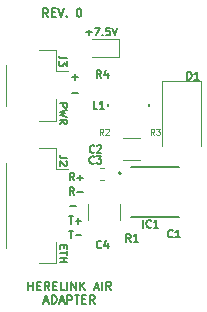
<source format=gbr>
%TF.GenerationSoftware,KiCad,Pcbnew,7.0.10*%
%TF.CreationDate,2024-02-02T13:19:37-05:00*%
%TF.ProjectId,quad_radio_adapter,71756164-5f72-4616-9469-6f5f61646170,rev?*%
%TF.SameCoordinates,Original*%
%TF.FileFunction,Legend,Top*%
%TF.FilePolarity,Positive*%
%FSLAX46Y46*%
G04 Gerber Fmt 4.6, Leading zero omitted, Abs format (unit mm)*
G04 Created by KiCad (PCBNEW 7.0.10) date 2024-02-02 13:19:37*
%MOMM*%
%LPD*%
G01*
G04 APERTURE LIST*
%ADD10C,0.127000*%
%ADD11C,0.152400*%
%ADD12C,0.101600*%
%ADD13C,0.120000*%
%ADD14C,0.200000*%
G04 APERTURE END LIST*
D10*
X96649881Y-106080684D02*
X97012738Y-106080684D01*
X96831309Y-106715684D02*
X96831309Y-106080684D01*
X97224405Y-106473779D02*
X97708215Y-106473779D01*
X97103452Y-101815684D02*
X96891785Y-101513303D01*
X96740595Y-101815684D02*
X96740595Y-101180684D01*
X96740595Y-101180684D02*
X96982500Y-101180684D01*
X96982500Y-101180684D02*
X97042976Y-101210922D01*
X97042976Y-101210922D02*
X97073214Y-101241160D01*
X97073214Y-101241160D02*
X97103452Y-101301636D01*
X97103452Y-101301636D02*
X97103452Y-101392350D01*
X97103452Y-101392350D02*
X97073214Y-101452826D01*
X97073214Y-101452826D02*
X97042976Y-101483065D01*
X97042976Y-101483065D02*
X96982500Y-101513303D01*
X96982500Y-101513303D02*
X96740595Y-101513303D01*
X97375595Y-101573779D02*
X97859405Y-101573779D01*
X97617500Y-101815684D02*
X97617500Y-101331874D01*
X96216934Y-107289404D02*
X96216934Y-107501071D01*
X95884315Y-107591785D02*
X95884315Y-107289404D01*
X95884315Y-107289404D02*
X96519315Y-107289404D01*
X96519315Y-107289404D02*
X96519315Y-107591785D01*
X96519315Y-107773214D02*
X96519315Y-108136071D01*
X95884315Y-107954642D02*
X96519315Y-107954642D01*
X95884315Y-108347738D02*
X96519315Y-108347738D01*
X96216934Y-108347738D02*
X96216934Y-108710595D01*
X95884315Y-108710595D02*
X96519315Y-108710595D01*
X97103452Y-103028184D02*
X96891785Y-102725803D01*
X96740595Y-103028184D02*
X96740595Y-102393184D01*
X96740595Y-102393184D02*
X96982500Y-102393184D01*
X96982500Y-102393184D02*
X97042976Y-102423422D01*
X97042976Y-102423422D02*
X97073214Y-102453660D01*
X97073214Y-102453660D02*
X97103452Y-102514136D01*
X97103452Y-102514136D02*
X97103452Y-102604850D01*
X97103452Y-102604850D02*
X97073214Y-102665326D01*
X97073214Y-102665326D02*
X97042976Y-102695565D01*
X97042976Y-102695565D02*
X96982500Y-102725803D01*
X96982500Y-102725803D02*
X96740595Y-102725803D01*
X97375595Y-102786279D02*
X97859405Y-102786279D01*
X96740595Y-103998779D02*
X97224405Y-103998779D01*
X95884315Y-95303333D02*
X96519315Y-95303333D01*
X96519315Y-95303333D02*
X96519315Y-95545238D01*
X96519315Y-95545238D02*
X96489077Y-95605714D01*
X96489077Y-95605714D02*
X96458839Y-95635952D01*
X96458839Y-95635952D02*
X96398363Y-95666190D01*
X96398363Y-95666190D02*
X96307649Y-95666190D01*
X96307649Y-95666190D02*
X96247173Y-95635952D01*
X96247173Y-95635952D02*
X96216934Y-95605714D01*
X96216934Y-95605714D02*
X96186696Y-95545238D01*
X96186696Y-95545238D02*
X96186696Y-95303333D01*
X96519315Y-95877857D02*
X95884315Y-96029047D01*
X95884315Y-96029047D02*
X96337887Y-96150000D01*
X96337887Y-96150000D02*
X95884315Y-96270952D01*
X95884315Y-96270952D02*
X96519315Y-96422143D01*
X95884315Y-97026904D02*
X96186696Y-96815237D01*
X95884315Y-96664047D02*
X96519315Y-96664047D01*
X96519315Y-96664047D02*
X96519315Y-96905952D01*
X96519315Y-96905952D02*
X96489077Y-96966428D01*
X96489077Y-96966428D02*
X96458839Y-96996666D01*
X96458839Y-96996666D02*
X96398363Y-97026904D01*
X96398363Y-97026904D02*
X96307649Y-97026904D01*
X96307649Y-97026904D02*
X96247173Y-96996666D01*
X96247173Y-96996666D02*
X96216934Y-96966428D01*
X96216934Y-96966428D02*
X96186696Y-96905952D01*
X96186696Y-96905952D02*
X96186696Y-96664047D01*
D11*
X93211732Y-111110005D02*
X93211732Y-110398805D01*
X93211732Y-110737472D02*
X93618132Y-110737472D01*
X93618132Y-111110005D02*
X93618132Y-110398805D01*
X93956799Y-110737472D02*
X94193866Y-110737472D01*
X94295466Y-111110005D02*
X93956799Y-111110005D01*
X93956799Y-111110005D02*
X93956799Y-110398805D01*
X93956799Y-110398805D02*
X94295466Y-110398805D01*
X95006666Y-111110005D02*
X94769599Y-110771339D01*
X94600266Y-111110005D02*
X94600266Y-110398805D01*
X94600266Y-110398805D02*
X94871199Y-110398805D01*
X94871199Y-110398805D02*
X94938933Y-110432672D01*
X94938933Y-110432672D02*
X94972799Y-110466539D01*
X94972799Y-110466539D02*
X95006666Y-110534272D01*
X95006666Y-110534272D02*
X95006666Y-110635872D01*
X95006666Y-110635872D02*
X94972799Y-110703605D01*
X94972799Y-110703605D02*
X94938933Y-110737472D01*
X94938933Y-110737472D02*
X94871199Y-110771339D01*
X94871199Y-110771339D02*
X94600266Y-110771339D01*
X95311466Y-110737472D02*
X95548533Y-110737472D01*
X95650133Y-111110005D02*
X95311466Y-111110005D01*
X95311466Y-111110005D02*
X95311466Y-110398805D01*
X95311466Y-110398805D02*
X95650133Y-110398805D01*
X96293600Y-111110005D02*
X95954933Y-111110005D01*
X95954933Y-111110005D02*
X95954933Y-110398805D01*
X96530666Y-111110005D02*
X96530666Y-110398805D01*
X96869333Y-111110005D02*
X96869333Y-110398805D01*
X96869333Y-110398805D02*
X97275733Y-111110005D01*
X97275733Y-111110005D02*
X97275733Y-110398805D01*
X97614400Y-111110005D02*
X97614400Y-110398805D01*
X98020800Y-111110005D02*
X97716000Y-110703605D01*
X98020800Y-110398805D02*
X97614400Y-110805205D01*
X98833600Y-110906805D02*
X99172267Y-110906805D01*
X98765867Y-111110005D02*
X99002934Y-110398805D01*
X99002934Y-110398805D02*
X99240000Y-111110005D01*
X99477067Y-111110005D02*
X99477067Y-110398805D01*
X100222134Y-111110005D02*
X99985067Y-110771339D01*
X99815734Y-111110005D02*
X99815734Y-110398805D01*
X99815734Y-110398805D02*
X100086667Y-110398805D01*
X100086667Y-110398805D02*
X100154401Y-110432672D01*
X100154401Y-110432672D02*
X100188267Y-110466539D01*
X100188267Y-110466539D02*
X100222134Y-110534272D01*
X100222134Y-110534272D02*
X100222134Y-110635872D01*
X100222134Y-110635872D02*
X100188267Y-110703605D01*
X100188267Y-110703605D02*
X100154401Y-110737472D01*
X100154401Y-110737472D02*
X100086667Y-110771339D01*
X100086667Y-110771339D02*
X99815734Y-110771339D01*
X94566399Y-112051837D02*
X94905066Y-112051837D01*
X94498666Y-112255037D02*
X94735733Y-111543837D01*
X94735733Y-111543837D02*
X94972799Y-112255037D01*
X95209866Y-112255037D02*
X95209866Y-111543837D01*
X95209866Y-111543837D02*
X95379199Y-111543837D01*
X95379199Y-111543837D02*
X95480799Y-111577704D01*
X95480799Y-111577704D02*
X95548533Y-111645437D01*
X95548533Y-111645437D02*
X95582399Y-111713171D01*
X95582399Y-111713171D02*
X95616266Y-111848637D01*
X95616266Y-111848637D02*
X95616266Y-111950237D01*
X95616266Y-111950237D02*
X95582399Y-112085704D01*
X95582399Y-112085704D02*
X95548533Y-112153437D01*
X95548533Y-112153437D02*
X95480799Y-112221171D01*
X95480799Y-112221171D02*
X95379199Y-112255037D01*
X95379199Y-112255037D02*
X95209866Y-112255037D01*
X95887199Y-112051837D02*
X96225866Y-112051837D01*
X95819466Y-112255037D02*
X96056533Y-111543837D01*
X96056533Y-111543837D02*
X96293599Y-112255037D01*
X96530666Y-112255037D02*
X96530666Y-111543837D01*
X96530666Y-111543837D02*
X96801599Y-111543837D01*
X96801599Y-111543837D02*
X96869333Y-111577704D01*
X96869333Y-111577704D02*
X96903199Y-111611571D01*
X96903199Y-111611571D02*
X96937066Y-111679304D01*
X96937066Y-111679304D02*
X96937066Y-111780904D01*
X96937066Y-111780904D02*
X96903199Y-111848637D01*
X96903199Y-111848637D02*
X96869333Y-111882504D01*
X96869333Y-111882504D02*
X96801599Y-111916371D01*
X96801599Y-111916371D02*
X96530666Y-111916371D01*
X97140266Y-111543837D02*
X97546666Y-111543837D01*
X97343466Y-112255037D02*
X97343466Y-111543837D01*
X97783733Y-111882504D02*
X98020800Y-111882504D01*
X98122400Y-112255037D02*
X97783733Y-112255037D01*
X97783733Y-112255037D02*
X97783733Y-111543837D01*
X97783733Y-111543837D02*
X98122400Y-111543837D01*
X98833600Y-112255037D02*
X98596533Y-111916371D01*
X98427200Y-112255037D02*
X98427200Y-111543837D01*
X98427200Y-111543837D02*
X98698133Y-111543837D01*
X98698133Y-111543837D02*
X98765867Y-111577704D01*
X98765867Y-111577704D02*
X98799733Y-111611571D01*
X98799733Y-111611571D02*
X98833600Y-111679304D01*
X98833600Y-111679304D02*
X98833600Y-111780904D01*
X98833600Y-111780904D02*
X98799733Y-111848637D01*
X98799733Y-111848637D02*
X98765867Y-111882504D01*
X98765867Y-111882504D02*
X98698133Y-111916371D01*
X98698133Y-111916371D02*
X98427200Y-111916371D01*
D10*
X97391904Y-94426220D02*
X96908095Y-94426220D01*
X96649881Y-104868184D02*
X97012738Y-104868184D01*
X96831309Y-105503184D02*
X96831309Y-104868184D01*
X97224405Y-105261279D02*
X97708215Y-105261279D01*
X97466310Y-105503184D02*
X97466310Y-105019374D01*
D11*
X94914666Y-87955037D02*
X94677599Y-87616371D01*
X94508266Y-87955037D02*
X94508266Y-87243837D01*
X94508266Y-87243837D02*
X94779199Y-87243837D01*
X94779199Y-87243837D02*
X94846933Y-87277704D01*
X94846933Y-87277704D02*
X94880799Y-87311571D01*
X94880799Y-87311571D02*
X94914666Y-87379304D01*
X94914666Y-87379304D02*
X94914666Y-87480904D01*
X94914666Y-87480904D02*
X94880799Y-87548637D01*
X94880799Y-87548637D02*
X94846933Y-87582504D01*
X94846933Y-87582504D02*
X94779199Y-87616371D01*
X94779199Y-87616371D02*
X94508266Y-87616371D01*
X95219466Y-87582504D02*
X95456533Y-87582504D01*
X95558133Y-87955037D02*
X95219466Y-87955037D01*
X95219466Y-87955037D02*
X95219466Y-87243837D01*
X95219466Y-87243837D02*
X95558133Y-87243837D01*
X95761333Y-87243837D02*
X95998400Y-87955037D01*
X95998400Y-87955037D02*
X96235466Y-87243837D01*
X96472533Y-87887304D02*
X96506400Y-87921171D01*
X96506400Y-87921171D02*
X96472533Y-87955037D01*
X96472533Y-87955037D02*
X96438666Y-87921171D01*
X96438666Y-87921171D02*
X96472533Y-87887304D01*
X96472533Y-87887304D02*
X96472533Y-87955037D01*
X97488534Y-87243837D02*
X97556267Y-87243837D01*
X97556267Y-87243837D02*
X97624000Y-87277704D01*
X97624000Y-87277704D02*
X97657867Y-87311571D01*
X97657867Y-87311571D02*
X97691734Y-87379304D01*
X97691734Y-87379304D02*
X97725600Y-87514771D01*
X97725600Y-87514771D02*
X97725600Y-87684104D01*
X97725600Y-87684104D02*
X97691734Y-87819571D01*
X97691734Y-87819571D02*
X97657867Y-87887304D01*
X97657867Y-87887304D02*
X97624000Y-87921171D01*
X97624000Y-87921171D02*
X97556267Y-87955037D01*
X97556267Y-87955037D02*
X97488534Y-87955037D01*
X97488534Y-87955037D02*
X97420800Y-87921171D01*
X97420800Y-87921171D02*
X97386934Y-87887304D01*
X97386934Y-87887304D02*
X97353067Y-87819571D01*
X97353067Y-87819571D02*
X97319200Y-87684104D01*
X97319200Y-87684104D02*
X97319200Y-87514771D01*
X97319200Y-87514771D02*
X97353067Y-87379304D01*
X97353067Y-87379304D02*
X97386934Y-87311571D01*
X97386934Y-87311571D02*
X97420800Y-87277704D01*
X97420800Y-87277704D02*
X97488534Y-87243837D01*
D10*
X98120200Y-89284979D02*
X98604010Y-89284979D01*
X98362105Y-89526884D02*
X98362105Y-89043074D01*
X98845914Y-88891884D02*
X99269247Y-88891884D01*
X99269247Y-88891884D02*
X98997104Y-89526884D01*
X99511152Y-89466407D02*
X99541390Y-89496646D01*
X99541390Y-89496646D02*
X99511152Y-89526884D01*
X99511152Y-89526884D02*
X99480914Y-89496646D01*
X99480914Y-89496646D02*
X99511152Y-89466407D01*
X99511152Y-89466407D02*
X99511152Y-89526884D01*
X100115914Y-88891884D02*
X99813533Y-88891884D01*
X99813533Y-88891884D02*
X99783295Y-89194265D01*
X99783295Y-89194265D02*
X99813533Y-89164026D01*
X99813533Y-89164026D02*
X99874009Y-89133788D01*
X99874009Y-89133788D02*
X100025200Y-89133788D01*
X100025200Y-89133788D02*
X100085676Y-89164026D01*
X100085676Y-89164026D02*
X100115914Y-89194265D01*
X100115914Y-89194265D02*
X100146152Y-89254741D01*
X100146152Y-89254741D02*
X100146152Y-89405931D01*
X100146152Y-89405931D02*
X100115914Y-89466407D01*
X100115914Y-89466407D02*
X100085676Y-89496646D01*
X100085676Y-89496646D02*
X100025200Y-89526884D01*
X100025200Y-89526884D02*
X99874009Y-89526884D01*
X99874009Y-89526884D02*
X99813533Y-89496646D01*
X99813533Y-89496646D02*
X99783295Y-89466407D01*
X100327581Y-88891884D02*
X100539247Y-89526884D01*
X100539247Y-89526884D02*
X100750914Y-88891884D01*
X96908095Y-93073779D02*
X97391905Y-93073779D01*
X97150000Y-93315684D02*
X97150000Y-92831874D01*
D12*
X99555333Y-97949726D02*
X99385999Y-97707821D01*
X99265047Y-97949726D02*
X99265047Y-97441726D01*
X99265047Y-97441726D02*
X99458571Y-97441726D01*
X99458571Y-97441726D02*
X99506952Y-97465916D01*
X99506952Y-97465916D02*
X99531142Y-97490107D01*
X99531142Y-97490107D02*
X99555333Y-97538488D01*
X99555333Y-97538488D02*
X99555333Y-97611059D01*
X99555333Y-97611059D02*
X99531142Y-97659440D01*
X99531142Y-97659440D02*
X99506952Y-97683631D01*
X99506952Y-97683631D02*
X99458571Y-97707821D01*
X99458571Y-97707821D02*
X99265047Y-97707821D01*
X99748856Y-97490107D02*
X99773047Y-97465916D01*
X99773047Y-97465916D02*
X99821428Y-97441726D01*
X99821428Y-97441726D02*
X99942380Y-97441726D01*
X99942380Y-97441726D02*
X99990761Y-97465916D01*
X99990761Y-97465916D02*
X100014952Y-97490107D01*
X100014952Y-97490107D02*
X100039142Y-97538488D01*
X100039142Y-97538488D02*
X100039142Y-97586869D01*
X100039142Y-97586869D02*
X100014952Y-97659440D01*
X100014952Y-97659440D02*
X99724666Y-97949726D01*
X99724666Y-97949726D02*
X100039142Y-97949726D01*
D10*
X98801766Y-99413682D02*
X98771528Y-99443921D01*
X98771528Y-99443921D02*
X98680814Y-99474159D01*
X98680814Y-99474159D02*
X98620338Y-99474159D01*
X98620338Y-99474159D02*
X98529623Y-99443921D01*
X98529623Y-99443921D02*
X98469147Y-99383444D01*
X98469147Y-99383444D02*
X98438909Y-99322968D01*
X98438909Y-99322968D02*
X98408671Y-99202016D01*
X98408671Y-99202016D02*
X98408671Y-99111301D01*
X98408671Y-99111301D02*
X98438909Y-98990349D01*
X98438909Y-98990349D02*
X98469147Y-98929873D01*
X98469147Y-98929873D02*
X98529623Y-98869397D01*
X98529623Y-98869397D02*
X98620338Y-98839159D01*
X98620338Y-98839159D02*
X98680814Y-98839159D01*
X98680814Y-98839159D02*
X98771528Y-98869397D01*
X98771528Y-98869397D02*
X98801766Y-98899635D01*
X99043671Y-98899635D02*
X99073909Y-98869397D01*
X99073909Y-98869397D02*
X99134385Y-98839159D01*
X99134385Y-98839159D02*
X99285576Y-98839159D01*
X99285576Y-98839159D02*
X99346052Y-98869397D01*
X99346052Y-98869397D02*
X99376290Y-98899635D01*
X99376290Y-98899635D02*
X99406528Y-98960111D01*
X99406528Y-98960111D02*
X99406528Y-99020587D01*
X99406528Y-99020587D02*
X99376290Y-99111301D01*
X99376290Y-99111301D02*
X99013433Y-99474159D01*
X99013433Y-99474159D02*
X99406528Y-99474159D01*
X98784166Y-100346682D02*
X98753928Y-100376921D01*
X98753928Y-100376921D02*
X98663214Y-100407159D01*
X98663214Y-100407159D02*
X98602738Y-100407159D01*
X98602738Y-100407159D02*
X98512023Y-100376921D01*
X98512023Y-100376921D02*
X98451547Y-100316444D01*
X98451547Y-100316444D02*
X98421309Y-100255968D01*
X98421309Y-100255968D02*
X98391071Y-100135016D01*
X98391071Y-100135016D02*
X98391071Y-100044301D01*
X98391071Y-100044301D02*
X98421309Y-99923349D01*
X98421309Y-99923349D02*
X98451547Y-99862873D01*
X98451547Y-99862873D02*
X98512023Y-99802397D01*
X98512023Y-99802397D02*
X98602738Y-99772159D01*
X98602738Y-99772159D02*
X98663214Y-99772159D01*
X98663214Y-99772159D02*
X98753928Y-99802397D01*
X98753928Y-99802397D02*
X98784166Y-99832635D01*
X98995833Y-99772159D02*
X99388928Y-99772159D01*
X99388928Y-99772159D02*
X99177261Y-100014063D01*
X99177261Y-100014063D02*
X99267976Y-100014063D01*
X99267976Y-100014063D02*
X99328452Y-100044301D01*
X99328452Y-100044301D02*
X99358690Y-100074540D01*
X99358690Y-100074540D02*
X99388928Y-100135016D01*
X99388928Y-100135016D02*
X99388928Y-100286206D01*
X99388928Y-100286206D02*
X99358690Y-100346682D01*
X99358690Y-100346682D02*
X99328452Y-100376921D01*
X99328452Y-100376921D02*
X99267976Y-100407159D01*
X99267976Y-100407159D02*
X99086547Y-100407159D01*
X99086547Y-100407159D02*
X99026071Y-100376921D01*
X99026071Y-100376921D02*
X98995833Y-100346682D01*
D12*
X103895333Y-97979726D02*
X103725999Y-97737821D01*
X103605047Y-97979726D02*
X103605047Y-97471726D01*
X103605047Y-97471726D02*
X103798571Y-97471726D01*
X103798571Y-97471726D02*
X103846952Y-97495916D01*
X103846952Y-97495916D02*
X103871142Y-97520107D01*
X103871142Y-97520107D02*
X103895333Y-97568488D01*
X103895333Y-97568488D02*
X103895333Y-97641059D01*
X103895333Y-97641059D02*
X103871142Y-97689440D01*
X103871142Y-97689440D02*
X103846952Y-97713631D01*
X103846952Y-97713631D02*
X103798571Y-97737821D01*
X103798571Y-97737821D02*
X103605047Y-97737821D01*
X104064666Y-97471726D02*
X104379142Y-97471726D01*
X104379142Y-97471726D02*
X104209809Y-97665250D01*
X104209809Y-97665250D02*
X104282380Y-97665250D01*
X104282380Y-97665250D02*
X104330761Y-97689440D01*
X104330761Y-97689440D02*
X104354952Y-97713631D01*
X104354952Y-97713631D02*
X104379142Y-97762012D01*
X104379142Y-97762012D02*
X104379142Y-97882964D01*
X104379142Y-97882964D02*
X104354952Y-97931345D01*
X104354952Y-97931345D02*
X104330761Y-97955536D01*
X104330761Y-97955536D02*
X104282380Y-97979726D01*
X104282380Y-97979726D02*
X104137237Y-97979726D01*
X104137237Y-97979726D02*
X104088856Y-97955536D01*
X104088856Y-97955536D02*
X104064666Y-97931345D01*
D10*
X99081166Y-95765759D02*
X98778785Y-95765759D01*
X98778785Y-95765759D02*
X98778785Y-95130759D01*
X99625452Y-95765759D02*
X99262595Y-95765759D01*
X99444023Y-95765759D02*
X99444023Y-95130759D01*
X99444023Y-95130759D02*
X99383547Y-95221473D01*
X99383547Y-95221473D02*
X99323071Y-95281949D01*
X99323071Y-95281949D02*
X99262595Y-95312187D01*
X96463078Y-91488333D02*
X96009507Y-91488333D01*
X96009507Y-91488333D02*
X95918793Y-91458094D01*
X95918793Y-91458094D02*
X95858317Y-91397618D01*
X95858317Y-91397618D02*
X95828078Y-91306904D01*
X95828078Y-91306904D02*
X95828078Y-91246428D01*
X96463078Y-91730238D02*
X96463078Y-92123333D01*
X96463078Y-92123333D02*
X96221174Y-91911666D01*
X96221174Y-91911666D02*
X96221174Y-92002381D01*
X96221174Y-92002381D02*
X96190936Y-92062857D01*
X96190936Y-92062857D02*
X96160697Y-92093095D01*
X96160697Y-92093095D02*
X96100221Y-92123333D01*
X96100221Y-92123333D02*
X95949031Y-92123333D01*
X95949031Y-92123333D02*
X95888555Y-92093095D01*
X95888555Y-92093095D02*
X95858317Y-92062857D01*
X95858317Y-92062857D02*
X95828078Y-92002381D01*
X95828078Y-92002381D02*
X95828078Y-91820952D01*
X95828078Y-91820952D02*
X95858317Y-91760476D01*
X95858317Y-91760476D02*
X95888555Y-91730238D01*
X105435366Y-106589082D02*
X105405128Y-106619321D01*
X105405128Y-106619321D02*
X105314414Y-106649559D01*
X105314414Y-106649559D02*
X105253938Y-106649559D01*
X105253938Y-106649559D02*
X105163223Y-106619321D01*
X105163223Y-106619321D02*
X105102747Y-106558844D01*
X105102747Y-106558844D02*
X105072509Y-106498368D01*
X105072509Y-106498368D02*
X105042271Y-106377416D01*
X105042271Y-106377416D02*
X105042271Y-106286701D01*
X105042271Y-106286701D02*
X105072509Y-106165749D01*
X105072509Y-106165749D02*
X105102747Y-106105273D01*
X105102747Y-106105273D02*
X105163223Y-106044797D01*
X105163223Y-106044797D02*
X105253938Y-106014559D01*
X105253938Y-106014559D02*
X105314414Y-106014559D01*
X105314414Y-106014559D02*
X105405128Y-106044797D01*
X105405128Y-106044797D02*
X105435366Y-106075035D01*
X106040128Y-106649559D02*
X105677271Y-106649559D01*
X105858699Y-106649559D02*
X105858699Y-106014559D01*
X105858699Y-106014559D02*
X105798223Y-106105273D01*
X105798223Y-106105273D02*
X105737747Y-106165749D01*
X105737747Y-106165749D02*
X105677271Y-106195987D01*
X106681309Y-93277159D02*
X106681309Y-92642159D01*
X106681309Y-92642159D02*
X106832499Y-92642159D01*
X106832499Y-92642159D02*
X106923214Y-92672397D01*
X106923214Y-92672397D02*
X106983690Y-92732873D01*
X106983690Y-92732873D02*
X107013928Y-92793349D01*
X107013928Y-92793349D02*
X107044166Y-92914301D01*
X107044166Y-92914301D02*
X107044166Y-93005016D01*
X107044166Y-93005016D02*
X107013928Y-93125968D01*
X107013928Y-93125968D02*
X106983690Y-93186444D01*
X106983690Y-93186444D02*
X106923214Y-93246921D01*
X106923214Y-93246921D02*
X106832499Y-93277159D01*
X106832499Y-93277159D02*
X106681309Y-93277159D01*
X107648928Y-93277159D02*
X107286071Y-93277159D01*
X107467499Y-93277159D02*
X107467499Y-92642159D01*
X107467499Y-92642159D02*
X107407023Y-92732873D01*
X107407023Y-92732873D02*
X107346547Y-92793349D01*
X107346547Y-92793349D02*
X107286071Y-92823587D01*
X102950119Y-105817159D02*
X102950119Y-105182159D01*
X103615357Y-105756682D02*
X103585119Y-105786921D01*
X103585119Y-105786921D02*
X103494405Y-105817159D01*
X103494405Y-105817159D02*
X103433929Y-105817159D01*
X103433929Y-105817159D02*
X103343214Y-105786921D01*
X103343214Y-105786921D02*
X103282738Y-105726444D01*
X103282738Y-105726444D02*
X103252500Y-105665968D01*
X103252500Y-105665968D02*
X103222262Y-105545016D01*
X103222262Y-105545016D02*
X103222262Y-105454301D01*
X103222262Y-105454301D02*
X103252500Y-105333349D01*
X103252500Y-105333349D02*
X103282738Y-105272873D01*
X103282738Y-105272873D02*
X103343214Y-105212397D01*
X103343214Y-105212397D02*
X103433929Y-105182159D01*
X103433929Y-105182159D02*
X103494405Y-105182159D01*
X103494405Y-105182159D02*
X103585119Y-105212397D01*
X103585119Y-105212397D02*
X103615357Y-105242635D01*
X104220119Y-105817159D02*
X103857262Y-105817159D01*
X104038690Y-105817159D02*
X104038690Y-105182159D01*
X104038690Y-105182159D02*
X103978214Y-105272873D01*
X103978214Y-105272873D02*
X103917738Y-105333349D01*
X103917738Y-105333349D02*
X103857262Y-105363587D01*
X99394166Y-107496682D02*
X99363928Y-107526921D01*
X99363928Y-107526921D02*
X99273214Y-107557159D01*
X99273214Y-107557159D02*
X99212738Y-107557159D01*
X99212738Y-107557159D02*
X99122023Y-107526921D01*
X99122023Y-107526921D02*
X99061547Y-107466444D01*
X99061547Y-107466444D02*
X99031309Y-107405968D01*
X99031309Y-107405968D02*
X99001071Y-107285016D01*
X99001071Y-107285016D02*
X99001071Y-107194301D01*
X99001071Y-107194301D02*
X99031309Y-107073349D01*
X99031309Y-107073349D02*
X99061547Y-107012873D01*
X99061547Y-107012873D02*
X99122023Y-106952397D01*
X99122023Y-106952397D02*
X99212738Y-106922159D01*
X99212738Y-106922159D02*
X99273214Y-106922159D01*
X99273214Y-106922159D02*
X99363928Y-106952397D01*
X99363928Y-106952397D02*
X99394166Y-106982635D01*
X99938452Y-107133825D02*
X99938452Y-107557159D01*
X99787261Y-106891921D02*
X99636071Y-107345492D01*
X99636071Y-107345492D02*
X100029166Y-107345492D01*
X96513078Y-99938333D02*
X96059507Y-99938333D01*
X96059507Y-99938333D02*
X95968793Y-99908094D01*
X95968793Y-99908094D02*
X95908317Y-99847618D01*
X95908317Y-99847618D02*
X95878078Y-99756904D01*
X95878078Y-99756904D02*
X95878078Y-99696428D01*
X96452602Y-100210476D02*
X96482840Y-100240714D01*
X96482840Y-100240714D02*
X96513078Y-100301190D01*
X96513078Y-100301190D02*
X96513078Y-100452381D01*
X96513078Y-100452381D02*
X96482840Y-100512857D01*
X96482840Y-100512857D02*
X96452602Y-100543095D01*
X96452602Y-100543095D02*
X96392126Y-100573333D01*
X96392126Y-100573333D02*
X96331650Y-100573333D01*
X96331650Y-100573333D02*
X96240936Y-100543095D01*
X96240936Y-100543095D02*
X95878078Y-100180238D01*
X95878078Y-100180238D02*
X95878078Y-100573333D01*
X101894166Y-106997159D02*
X101682499Y-106694778D01*
X101531309Y-106997159D02*
X101531309Y-106362159D01*
X101531309Y-106362159D02*
X101773214Y-106362159D01*
X101773214Y-106362159D02*
X101833690Y-106392397D01*
X101833690Y-106392397D02*
X101863928Y-106422635D01*
X101863928Y-106422635D02*
X101894166Y-106483111D01*
X101894166Y-106483111D02*
X101894166Y-106573825D01*
X101894166Y-106573825D02*
X101863928Y-106634301D01*
X101863928Y-106634301D02*
X101833690Y-106664540D01*
X101833690Y-106664540D02*
X101773214Y-106694778D01*
X101773214Y-106694778D02*
X101531309Y-106694778D01*
X102498928Y-106997159D02*
X102136071Y-106997159D01*
X102317499Y-106997159D02*
X102317499Y-106362159D01*
X102317499Y-106362159D02*
X102257023Y-106452873D01*
X102257023Y-106452873D02*
X102196547Y-106513349D01*
X102196547Y-106513349D02*
X102136071Y-106543587D01*
X99385966Y-93124159D02*
X99174299Y-92821778D01*
X99023109Y-93124159D02*
X99023109Y-92489159D01*
X99023109Y-92489159D02*
X99265014Y-92489159D01*
X99265014Y-92489159D02*
X99325490Y-92519397D01*
X99325490Y-92519397D02*
X99355728Y-92549635D01*
X99355728Y-92549635D02*
X99385966Y-92610111D01*
X99385966Y-92610111D02*
X99385966Y-92700825D01*
X99385966Y-92700825D02*
X99355728Y-92761301D01*
X99355728Y-92761301D02*
X99325490Y-92791540D01*
X99325490Y-92791540D02*
X99265014Y-92821778D01*
X99265014Y-92821778D02*
X99023109Y-92821778D01*
X99930252Y-92700825D02*
X99930252Y-93124159D01*
X99779061Y-92458921D02*
X99627871Y-92912492D01*
X99627871Y-92912492D02*
X100020966Y-92912492D01*
D13*
%TO.C,C2*%
X101244348Y-98251600D02*
X102666852Y-98251600D01*
X101244348Y-100071600D02*
X102666852Y-100071600D01*
%TO.C,C3*%
X99590580Y-101760000D02*
X99309420Y-101760000D01*
X99590580Y-100740000D02*
X99309420Y-100740000D01*
D11*
%TO.C,L1*%
X99949000Y-95354350D02*
X99949000Y-95552050D01*
X103403400Y-95552050D02*
X103403400Y-95354350D01*
D13*
%TO.C,D2*%
X100875200Y-91336800D02*
X100875200Y-89866800D01*
X100875200Y-89866800D02*
X98590200Y-89866800D01*
X98590200Y-91336800D02*
X100875200Y-91336800D01*
%TO.C,J3*%
X95575238Y-90790000D02*
X95575238Y-92590000D01*
X94125238Y-90790000D02*
X95575238Y-90790000D01*
X91305238Y-92060000D02*
X91305238Y-95490000D01*
X95575238Y-92590000D02*
X96565238Y-92590000D01*
X95575238Y-96760000D02*
X95575238Y-94960000D01*
X94125238Y-96760000D02*
X95575238Y-96760000D01*
%TO.C,D1*%
X107872800Y-93435200D02*
X104572800Y-93435200D01*
X107872800Y-93435200D02*
X107872800Y-98945200D01*
X104572800Y-93435200D02*
X104572800Y-98945200D01*
D10*
%TO.C,IC1*%
X101915000Y-100720000D02*
X106015000Y-100720000D01*
X101915000Y-104880000D02*
X106015000Y-104880000D01*
D14*
X101070000Y-101200000D02*
G75*
G03*
X100870000Y-101200000I-100000J0D01*
G01*
X100870000Y-101200000D02*
G75*
G03*
X101070000Y-101200000I100000J0D01*
G01*
D13*
%TO.C,C4*%
X101010000Y-103788748D02*
X101010000Y-105211252D01*
X98290000Y-103788748D02*
X98290000Y-105211252D01*
%TO.C,J2*%
X95575238Y-99090000D02*
X95575238Y-100890000D01*
X94125238Y-99090000D02*
X95575238Y-99090000D01*
X91305238Y-100360000D02*
X91305238Y-107540000D01*
X95575238Y-100890000D02*
X96565238Y-100890000D01*
X95575238Y-108810000D02*
X95575238Y-107010000D01*
X94125238Y-108810000D02*
X95575238Y-108810000D01*
%TD*%
M02*

</source>
